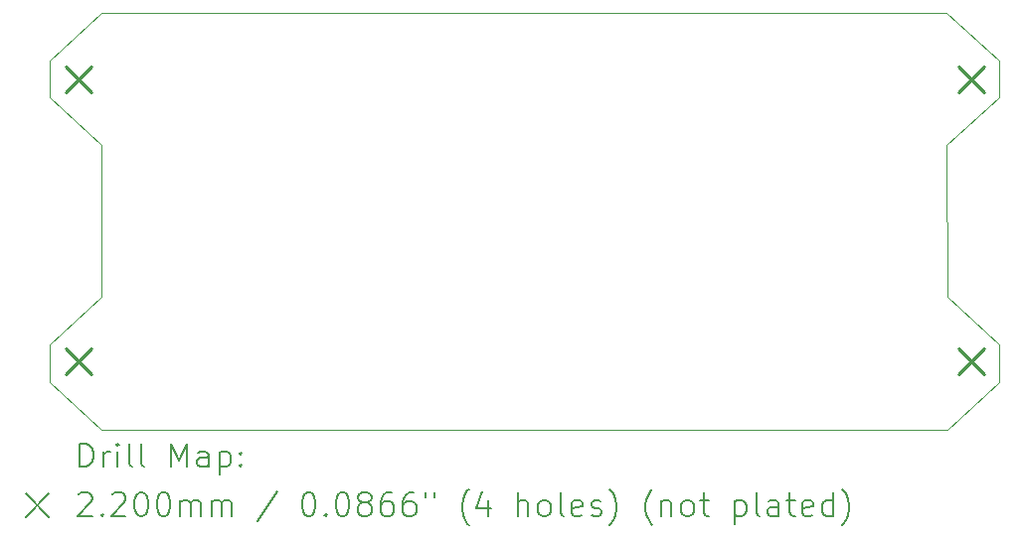
<source format=gbr>
%TF.GenerationSoftware,KiCad,Pcbnew,8.0.4*%
%TF.CreationDate,2024-08-28T14:32:16-04:00*%
%TF.ProjectId,luytenPCB,6c757974-656e-4504-9342-2e6b69636164,rev?*%
%TF.SameCoordinates,Original*%
%TF.FileFunction,Drillmap*%
%TF.FilePolarity,Positive*%
%FSLAX45Y45*%
G04 Gerber Fmt 4.5, Leading zero omitted, Abs format (unit mm)*
G04 Created by KiCad (PCBNEW 8.0.4) date 2024-08-28 14:32:16*
%MOMM*%
%LPD*%
G01*
G04 APERTURE LIST*
%ADD10C,0.100000*%
%ADD11C,0.200000*%
%ADD12C,0.220000*%
G04 APERTURE END LIST*
D10*
X4629150Y-6286500D02*
X4184650Y-5880100D01*
X4184650Y-5562600D02*
X4629150Y-5156200D01*
X11830050Y-5156200D02*
X12274550Y-5562600D01*
X4629150Y-3860800D02*
X4629150Y-5156200D01*
X12274550Y-5562600D02*
X12274550Y-5880100D01*
X11823700Y-2730500D02*
X12268200Y-3136900D01*
X12268200Y-3454400D02*
X11823700Y-3860800D01*
X4184650Y-3454400D02*
X4184650Y-3136900D01*
X11830050Y-6286500D02*
X4629150Y-6286500D01*
X4629150Y-3860800D02*
X4184650Y-3454400D01*
X12274550Y-5880100D02*
X11830050Y-6286500D01*
X4629150Y-2730500D02*
X11823700Y-2730500D01*
X4184650Y-5880100D02*
X4184650Y-5562600D01*
X12268200Y-3136900D02*
X12268200Y-3454400D01*
X11823700Y-3860800D02*
X11830050Y-5156200D01*
X4184650Y-3136900D02*
X4629150Y-2730500D01*
D11*
D12*
X4320000Y-3190000D02*
X4540000Y-3410000D01*
X4540000Y-3190000D02*
X4320000Y-3410000D01*
X4320000Y-5590000D02*
X4540000Y-5810000D01*
X4540000Y-5590000D02*
X4320000Y-5810000D01*
X11920000Y-3190000D02*
X12140000Y-3410000D01*
X12140000Y-3190000D02*
X11920000Y-3410000D01*
X11920000Y-5590000D02*
X12140000Y-5810000D01*
X12140000Y-5590000D02*
X11920000Y-5810000D01*
D11*
X4440427Y-6602984D02*
X4440427Y-6402984D01*
X4440427Y-6402984D02*
X4488046Y-6402984D01*
X4488046Y-6402984D02*
X4516617Y-6412508D01*
X4516617Y-6412508D02*
X4535665Y-6431555D01*
X4535665Y-6431555D02*
X4545189Y-6450603D01*
X4545189Y-6450603D02*
X4554713Y-6488698D01*
X4554713Y-6488698D02*
X4554713Y-6517269D01*
X4554713Y-6517269D02*
X4545189Y-6555365D01*
X4545189Y-6555365D02*
X4535665Y-6574412D01*
X4535665Y-6574412D02*
X4516617Y-6593460D01*
X4516617Y-6593460D02*
X4488046Y-6602984D01*
X4488046Y-6602984D02*
X4440427Y-6602984D01*
X4640427Y-6602984D02*
X4640427Y-6469650D01*
X4640427Y-6507746D02*
X4649951Y-6488698D01*
X4649951Y-6488698D02*
X4659474Y-6479174D01*
X4659474Y-6479174D02*
X4678522Y-6469650D01*
X4678522Y-6469650D02*
X4697570Y-6469650D01*
X4764236Y-6602984D02*
X4764236Y-6469650D01*
X4764236Y-6402984D02*
X4754713Y-6412508D01*
X4754713Y-6412508D02*
X4764236Y-6422031D01*
X4764236Y-6422031D02*
X4773760Y-6412508D01*
X4773760Y-6412508D02*
X4764236Y-6402984D01*
X4764236Y-6402984D02*
X4764236Y-6422031D01*
X4888046Y-6602984D02*
X4868998Y-6593460D01*
X4868998Y-6593460D02*
X4859474Y-6574412D01*
X4859474Y-6574412D02*
X4859474Y-6402984D01*
X4992808Y-6602984D02*
X4973760Y-6593460D01*
X4973760Y-6593460D02*
X4964236Y-6574412D01*
X4964236Y-6574412D02*
X4964236Y-6402984D01*
X5221379Y-6602984D02*
X5221379Y-6402984D01*
X5221379Y-6402984D02*
X5288046Y-6545841D01*
X5288046Y-6545841D02*
X5354713Y-6402984D01*
X5354713Y-6402984D02*
X5354713Y-6602984D01*
X5535665Y-6602984D02*
X5535665Y-6498222D01*
X5535665Y-6498222D02*
X5526141Y-6479174D01*
X5526141Y-6479174D02*
X5507094Y-6469650D01*
X5507094Y-6469650D02*
X5468998Y-6469650D01*
X5468998Y-6469650D02*
X5449951Y-6479174D01*
X5535665Y-6593460D02*
X5516617Y-6602984D01*
X5516617Y-6602984D02*
X5468998Y-6602984D01*
X5468998Y-6602984D02*
X5449951Y-6593460D01*
X5449951Y-6593460D02*
X5440427Y-6574412D01*
X5440427Y-6574412D02*
X5440427Y-6555365D01*
X5440427Y-6555365D02*
X5449951Y-6536317D01*
X5449951Y-6536317D02*
X5468998Y-6526793D01*
X5468998Y-6526793D02*
X5516617Y-6526793D01*
X5516617Y-6526793D02*
X5535665Y-6517269D01*
X5630903Y-6469650D02*
X5630903Y-6669650D01*
X5630903Y-6479174D02*
X5649951Y-6469650D01*
X5649951Y-6469650D02*
X5688046Y-6469650D01*
X5688046Y-6469650D02*
X5707093Y-6479174D01*
X5707093Y-6479174D02*
X5716617Y-6488698D01*
X5716617Y-6488698D02*
X5726141Y-6507746D01*
X5726141Y-6507746D02*
X5726141Y-6564888D01*
X5726141Y-6564888D02*
X5716617Y-6583936D01*
X5716617Y-6583936D02*
X5707093Y-6593460D01*
X5707093Y-6593460D02*
X5688046Y-6602984D01*
X5688046Y-6602984D02*
X5649951Y-6602984D01*
X5649951Y-6602984D02*
X5630903Y-6593460D01*
X5811855Y-6583936D02*
X5821379Y-6593460D01*
X5821379Y-6593460D02*
X5811855Y-6602984D01*
X5811855Y-6602984D02*
X5802332Y-6593460D01*
X5802332Y-6593460D02*
X5811855Y-6583936D01*
X5811855Y-6583936D02*
X5811855Y-6602984D01*
X5811855Y-6479174D02*
X5821379Y-6488698D01*
X5821379Y-6488698D02*
X5811855Y-6498222D01*
X5811855Y-6498222D02*
X5802332Y-6488698D01*
X5802332Y-6488698D02*
X5811855Y-6479174D01*
X5811855Y-6479174D02*
X5811855Y-6498222D01*
X3979650Y-6831500D02*
X4179650Y-7031500D01*
X4179650Y-6831500D02*
X3979650Y-7031500D01*
X4430903Y-6842031D02*
X4440427Y-6832508D01*
X4440427Y-6832508D02*
X4459474Y-6822984D01*
X4459474Y-6822984D02*
X4507094Y-6822984D01*
X4507094Y-6822984D02*
X4526141Y-6832508D01*
X4526141Y-6832508D02*
X4535665Y-6842031D01*
X4535665Y-6842031D02*
X4545189Y-6861079D01*
X4545189Y-6861079D02*
X4545189Y-6880127D01*
X4545189Y-6880127D02*
X4535665Y-6908698D01*
X4535665Y-6908698D02*
X4421379Y-7022984D01*
X4421379Y-7022984D02*
X4545189Y-7022984D01*
X4630903Y-7003936D02*
X4640427Y-7013460D01*
X4640427Y-7013460D02*
X4630903Y-7022984D01*
X4630903Y-7022984D02*
X4621379Y-7013460D01*
X4621379Y-7013460D02*
X4630903Y-7003936D01*
X4630903Y-7003936D02*
X4630903Y-7022984D01*
X4716617Y-6842031D02*
X4726141Y-6832508D01*
X4726141Y-6832508D02*
X4745189Y-6822984D01*
X4745189Y-6822984D02*
X4792808Y-6822984D01*
X4792808Y-6822984D02*
X4811855Y-6832508D01*
X4811855Y-6832508D02*
X4821379Y-6842031D01*
X4821379Y-6842031D02*
X4830903Y-6861079D01*
X4830903Y-6861079D02*
X4830903Y-6880127D01*
X4830903Y-6880127D02*
X4821379Y-6908698D01*
X4821379Y-6908698D02*
X4707094Y-7022984D01*
X4707094Y-7022984D02*
X4830903Y-7022984D01*
X4954713Y-6822984D02*
X4973760Y-6822984D01*
X4973760Y-6822984D02*
X4992808Y-6832508D01*
X4992808Y-6832508D02*
X5002332Y-6842031D01*
X5002332Y-6842031D02*
X5011855Y-6861079D01*
X5011855Y-6861079D02*
X5021379Y-6899174D01*
X5021379Y-6899174D02*
X5021379Y-6946793D01*
X5021379Y-6946793D02*
X5011855Y-6984888D01*
X5011855Y-6984888D02*
X5002332Y-7003936D01*
X5002332Y-7003936D02*
X4992808Y-7013460D01*
X4992808Y-7013460D02*
X4973760Y-7022984D01*
X4973760Y-7022984D02*
X4954713Y-7022984D01*
X4954713Y-7022984D02*
X4935665Y-7013460D01*
X4935665Y-7013460D02*
X4926141Y-7003936D01*
X4926141Y-7003936D02*
X4916617Y-6984888D01*
X4916617Y-6984888D02*
X4907094Y-6946793D01*
X4907094Y-6946793D02*
X4907094Y-6899174D01*
X4907094Y-6899174D02*
X4916617Y-6861079D01*
X4916617Y-6861079D02*
X4926141Y-6842031D01*
X4926141Y-6842031D02*
X4935665Y-6832508D01*
X4935665Y-6832508D02*
X4954713Y-6822984D01*
X5145189Y-6822984D02*
X5164236Y-6822984D01*
X5164236Y-6822984D02*
X5183284Y-6832508D01*
X5183284Y-6832508D02*
X5192808Y-6842031D01*
X5192808Y-6842031D02*
X5202332Y-6861079D01*
X5202332Y-6861079D02*
X5211855Y-6899174D01*
X5211855Y-6899174D02*
X5211855Y-6946793D01*
X5211855Y-6946793D02*
X5202332Y-6984888D01*
X5202332Y-6984888D02*
X5192808Y-7003936D01*
X5192808Y-7003936D02*
X5183284Y-7013460D01*
X5183284Y-7013460D02*
X5164236Y-7022984D01*
X5164236Y-7022984D02*
X5145189Y-7022984D01*
X5145189Y-7022984D02*
X5126141Y-7013460D01*
X5126141Y-7013460D02*
X5116617Y-7003936D01*
X5116617Y-7003936D02*
X5107094Y-6984888D01*
X5107094Y-6984888D02*
X5097570Y-6946793D01*
X5097570Y-6946793D02*
X5097570Y-6899174D01*
X5097570Y-6899174D02*
X5107094Y-6861079D01*
X5107094Y-6861079D02*
X5116617Y-6842031D01*
X5116617Y-6842031D02*
X5126141Y-6832508D01*
X5126141Y-6832508D02*
X5145189Y-6822984D01*
X5297570Y-7022984D02*
X5297570Y-6889650D01*
X5297570Y-6908698D02*
X5307094Y-6899174D01*
X5307094Y-6899174D02*
X5326141Y-6889650D01*
X5326141Y-6889650D02*
X5354713Y-6889650D01*
X5354713Y-6889650D02*
X5373760Y-6899174D01*
X5373760Y-6899174D02*
X5383284Y-6918222D01*
X5383284Y-6918222D02*
X5383284Y-7022984D01*
X5383284Y-6918222D02*
X5392808Y-6899174D01*
X5392808Y-6899174D02*
X5411855Y-6889650D01*
X5411855Y-6889650D02*
X5440427Y-6889650D01*
X5440427Y-6889650D02*
X5459475Y-6899174D01*
X5459475Y-6899174D02*
X5468998Y-6918222D01*
X5468998Y-6918222D02*
X5468998Y-7022984D01*
X5564236Y-7022984D02*
X5564236Y-6889650D01*
X5564236Y-6908698D02*
X5573760Y-6899174D01*
X5573760Y-6899174D02*
X5592808Y-6889650D01*
X5592808Y-6889650D02*
X5621379Y-6889650D01*
X5621379Y-6889650D02*
X5640427Y-6899174D01*
X5640427Y-6899174D02*
X5649951Y-6918222D01*
X5649951Y-6918222D02*
X5649951Y-7022984D01*
X5649951Y-6918222D02*
X5659474Y-6899174D01*
X5659474Y-6899174D02*
X5678522Y-6889650D01*
X5678522Y-6889650D02*
X5707093Y-6889650D01*
X5707093Y-6889650D02*
X5726141Y-6899174D01*
X5726141Y-6899174D02*
X5735665Y-6918222D01*
X5735665Y-6918222D02*
X5735665Y-7022984D01*
X6126141Y-6813460D02*
X5954713Y-7070603D01*
X6383284Y-6822984D02*
X6402332Y-6822984D01*
X6402332Y-6822984D02*
X6421379Y-6832508D01*
X6421379Y-6832508D02*
X6430903Y-6842031D01*
X6430903Y-6842031D02*
X6440427Y-6861079D01*
X6440427Y-6861079D02*
X6449951Y-6899174D01*
X6449951Y-6899174D02*
X6449951Y-6946793D01*
X6449951Y-6946793D02*
X6440427Y-6984888D01*
X6440427Y-6984888D02*
X6430903Y-7003936D01*
X6430903Y-7003936D02*
X6421379Y-7013460D01*
X6421379Y-7013460D02*
X6402332Y-7022984D01*
X6402332Y-7022984D02*
X6383284Y-7022984D01*
X6383284Y-7022984D02*
X6364236Y-7013460D01*
X6364236Y-7013460D02*
X6354713Y-7003936D01*
X6354713Y-7003936D02*
X6345189Y-6984888D01*
X6345189Y-6984888D02*
X6335665Y-6946793D01*
X6335665Y-6946793D02*
X6335665Y-6899174D01*
X6335665Y-6899174D02*
X6345189Y-6861079D01*
X6345189Y-6861079D02*
X6354713Y-6842031D01*
X6354713Y-6842031D02*
X6364236Y-6832508D01*
X6364236Y-6832508D02*
X6383284Y-6822984D01*
X6535665Y-7003936D02*
X6545189Y-7013460D01*
X6545189Y-7013460D02*
X6535665Y-7022984D01*
X6535665Y-7022984D02*
X6526141Y-7013460D01*
X6526141Y-7013460D02*
X6535665Y-7003936D01*
X6535665Y-7003936D02*
X6535665Y-7022984D01*
X6668998Y-6822984D02*
X6688046Y-6822984D01*
X6688046Y-6822984D02*
X6707094Y-6832508D01*
X6707094Y-6832508D02*
X6716617Y-6842031D01*
X6716617Y-6842031D02*
X6726141Y-6861079D01*
X6726141Y-6861079D02*
X6735665Y-6899174D01*
X6735665Y-6899174D02*
X6735665Y-6946793D01*
X6735665Y-6946793D02*
X6726141Y-6984888D01*
X6726141Y-6984888D02*
X6716617Y-7003936D01*
X6716617Y-7003936D02*
X6707094Y-7013460D01*
X6707094Y-7013460D02*
X6688046Y-7022984D01*
X6688046Y-7022984D02*
X6668998Y-7022984D01*
X6668998Y-7022984D02*
X6649951Y-7013460D01*
X6649951Y-7013460D02*
X6640427Y-7003936D01*
X6640427Y-7003936D02*
X6630903Y-6984888D01*
X6630903Y-6984888D02*
X6621379Y-6946793D01*
X6621379Y-6946793D02*
X6621379Y-6899174D01*
X6621379Y-6899174D02*
X6630903Y-6861079D01*
X6630903Y-6861079D02*
X6640427Y-6842031D01*
X6640427Y-6842031D02*
X6649951Y-6832508D01*
X6649951Y-6832508D02*
X6668998Y-6822984D01*
X6849951Y-6908698D02*
X6830903Y-6899174D01*
X6830903Y-6899174D02*
X6821379Y-6889650D01*
X6821379Y-6889650D02*
X6811856Y-6870603D01*
X6811856Y-6870603D02*
X6811856Y-6861079D01*
X6811856Y-6861079D02*
X6821379Y-6842031D01*
X6821379Y-6842031D02*
X6830903Y-6832508D01*
X6830903Y-6832508D02*
X6849951Y-6822984D01*
X6849951Y-6822984D02*
X6888046Y-6822984D01*
X6888046Y-6822984D02*
X6907094Y-6832508D01*
X6907094Y-6832508D02*
X6916617Y-6842031D01*
X6916617Y-6842031D02*
X6926141Y-6861079D01*
X6926141Y-6861079D02*
X6926141Y-6870603D01*
X6926141Y-6870603D02*
X6916617Y-6889650D01*
X6916617Y-6889650D02*
X6907094Y-6899174D01*
X6907094Y-6899174D02*
X6888046Y-6908698D01*
X6888046Y-6908698D02*
X6849951Y-6908698D01*
X6849951Y-6908698D02*
X6830903Y-6918222D01*
X6830903Y-6918222D02*
X6821379Y-6927746D01*
X6821379Y-6927746D02*
X6811856Y-6946793D01*
X6811856Y-6946793D02*
X6811856Y-6984888D01*
X6811856Y-6984888D02*
X6821379Y-7003936D01*
X6821379Y-7003936D02*
X6830903Y-7013460D01*
X6830903Y-7013460D02*
X6849951Y-7022984D01*
X6849951Y-7022984D02*
X6888046Y-7022984D01*
X6888046Y-7022984D02*
X6907094Y-7013460D01*
X6907094Y-7013460D02*
X6916617Y-7003936D01*
X6916617Y-7003936D02*
X6926141Y-6984888D01*
X6926141Y-6984888D02*
X6926141Y-6946793D01*
X6926141Y-6946793D02*
X6916617Y-6927746D01*
X6916617Y-6927746D02*
X6907094Y-6918222D01*
X6907094Y-6918222D02*
X6888046Y-6908698D01*
X7097570Y-6822984D02*
X7059475Y-6822984D01*
X7059475Y-6822984D02*
X7040427Y-6832508D01*
X7040427Y-6832508D02*
X7030903Y-6842031D01*
X7030903Y-6842031D02*
X7011856Y-6870603D01*
X7011856Y-6870603D02*
X7002332Y-6908698D01*
X7002332Y-6908698D02*
X7002332Y-6984888D01*
X7002332Y-6984888D02*
X7011856Y-7003936D01*
X7011856Y-7003936D02*
X7021379Y-7013460D01*
X7021379Y-7013460D02*
X7040427Y-7022984D01*
X7040427Y-7022984D02*
X7078522Y-7022984D01*
X7078522Y-7022984D02*
X7097570Y-7013460D01*
X7097570Y-7013460D02*
X7107094Y-7003936D01*
X7107094Y-7003936D02*
X7116617Y-6984888D01*
X7116617Y-6984888D02*
X7116617Y-6937269D01*
X7116617Y-6937269D02*
X7107094Y-6918222D01*
X7107094Y-6918222D02*
X7097570Y-6908698D01*
X7097570Y-6908698D02*
X7078522Y-6899174D01*
X7078522Y-6899174D02*
X7040427Y-6899174D01*
X7040427Y-6899174D02*
X7021379Y-6908698D01*
X7021379Y-6908698D02*
X7011856Y-6918222D01*
X7011856Y-6918222D02*
X7002332Y-6937269D01*
X7288046Y-6822984D02*
X7249951Y-6822984D01*
X7249951Y-6822984D02*
X7230903Y-6832508D01*
X7230903Y-6832508D02*
X7221379Y-6842031D01*
X7221379Y-6842031D02*
X7202332Y-6870603D01*
X7202332Y-6870603D02*
X7192808Y-6908698D01*
X7192808Y-6908698D02*
X7192808Y-6984888D01*
X7192808Y-6984888D02*
X7202332Y-7003936D01*
X7202332Y-7003936D02*
X7211856Y-7013460D01*
X7211856Y-7013460D02*
X7230903Y-7022984D01*
X7230903Y-7022984D02*
X7268998Y-7022984D01*
X7268998Y-7022984D02*
X7288046Y-7013460D01*
X7288046Y-7013460D02*
X7297570Y-7003936D01*
X7297570Y-7003936D02*
X7307094Y-6984888D01*
X7307094Y-6984888D02*
X7307094Y-6937269D01*
X7307094Y-6937269D02*
X7297570Y-6918222D01*
X7297570Y-6918222D02*
X7288046Y-6908698D01*
X7288046Y-6908698D02*
X7268998Y-6899174D01*
X7268998Y-6899174D02*
X7230903Y-6899174D01*
X7230903Y-6899174D02*
X7211856Y-6908698D01*
X7211856Y-6908698D02*
X7202332Y-6918222D01*
X7202332Y-6918222D02*
X7192808Y-6937269D01*
X7383284Y-6822984D02*
X7383284Y-6861079D01*
X7459475Y-6822984D02*
X7459475Y-6861079D01*
X7754713Y-7099174D02*
X7745189Y-7089650D01*
X7745189Y-7089650D02*
X7726141Y-7061079D01*
X7726141Y-7061079D02*
X7716618Y-7042031D01*
X7716618Y-7042031D02*
X7707094Y-7013460D01*
X7707094Y-7013460D02*
X7697570Y-6965841D01*
X7697570Y-6965841D02*
X7697570Y-6927746D01*
X7697570Y-6927746D02*
X7707094Y-6880127D01*
X7707094Y-6880127D02*
X7716618Y-6851555D01*
X7716618Y-6851555D02*
X7726141Y-6832508D01*
X7726141Y-6832508D02*
X7745189Y-6803936D01*
X7745189Y-6803936D02*
X7754713Y-6794412D01*
X7916618Y-6889650D02*
X7916618Y-7022984D01*
X7868998Y-6813460D02*
X7821379Y-6956317D01*
X7821379Y-6956317D02*
X7945189Y-6956317D01*
X8173760Y-7022984D02*
X8173760Y-6822984D01*
X8259475Y-7022984D02*
X8259475Y-6918222D01*
X8259475Y-6918222D02*
X8249951Y-6899174D01*
X8249951Y-6899174D02*
X8230903Y-6889650D01*
X8230903Y-6889650D02*
X8202332Y-6889650D01*
X8202332Y-6889650D02*
X8183284Y-6899174D01*
X8183284Y-6899174D02*
X8173760Y-6908698D01*
X8383284Y-7022984D02*
X8364237Y-7013460D01*
X8364237Y-7013460D02*
X8354713Y-7003936D01*
X8354713Y-7003936D02*
X8345189Y-6984888D01*
X8345189Y-6984888D02*
X8345189Y-6927746D01*
X8345189Y-6927746D02*
X8354713Y-6908698D01*
X8354713Y-6908698D02*
X8364237Y-6899174D01*
X8364237Y-6899174D02*
X8383284Y-6889650D01*
X8383284Y-6889650D02*
X8411856Y-6889650D01*
X8411856Y-6889650D02*
X8430903Y-6899174D01*
X8430903Y-6899174D02*
X8440427Y-6908698D01*
X8440427Y-6908698D02*
X8449951Y-6927746D01*
X8449951Y-6927746D02*
X8449951Y-6984888D01*
X8449951Y-6984888D02*
X8440427Y-7003936D01*
X8440427Y-7003936D02*
X8430903Y-7013460D01*
X8430903Y-7013460D02*
X8411856Y-7022984D01*
X8411856Y-7022984D02*
X8383284Y-7022984D01*
X8564237Y-7022984D02*
X8545189Y-7013460D01*
X8545189Y-7013460D02*
X8535665Y-6994412D01*
X8535665Y-6994412D02*
X8535665Y-6822984D01*
X8716618Y-7013460D02*
X8697570Y-7022984D01*
X8697570Y-7022984D02*
X8659475Y-7022984D01*
X8659475Y-7022984D02*
X8640427Y-7013460D01*
X8640427Y-7013460D02*
X8630903Y-6994412D01*
X8630903Y-6994412D02*
X8630903Y-6918222D01*
X8630903Y-6918222D02*
X8640427Y-6899174D01*
X8640427Y-6899174D02*
X8659475Y-6889650D01*
X8659475Y-6889650D02*
X8697570Y-6889650D01*
X8697570Y-6889650D02*
X8716618Y-6899174D01*
X8716618Y-6899174D02*
X8726142Y-6918222D01*
X8726142Y-6918222D02*
X8726142Y-6937269D01*
X8726142Y-6937269D02*
X8630903Y-6956317D01*
X8802332Y-7013460D02*
X8821380Y-7022984D01*
X8821380Y-7022984D02*
X8859475Y-7022984D01*
X8859475Y-7022984D02*
X8878523Y-7013460D01*
X8878523Y-7013460D02*
X8888046Y-6994412D01*
X8888046Y-6994412D02*
X8888046Y-6984888D01*
X8888046Y-6984888D02*
X8878523Y-6965841D01*
X8878523Y-6965841D02*
X8859475Y-6956317D01*
X8859475Y-6956317D02*
X8830903Y-6956317D01*
X8830903Y-6956317D02*
X8811856Y-6946793D01*
X8811856Y-6946793D02*
X8802332Y-6927746D01*
X8802332Y-6927746D02*
X8802332Y-6918222D01*
X8802332Y-6918222D02*
X8811856Y-6899174D01*
X8811856Y-6899174D02*
X8830903Y-6889650D01*
X8830903Y-6889650D02*
X8859475Y-6889650D01*
X8859475Y-6889650D02*
X8878523Y-6899174D01*
X8954713Y-7099174D02*
X8964237Y-7089650D01*
X8964237Y-7089650D02*
X8983284Y-7061079D01*
X8983284Y-7061079D02*
X8992808Y-7042031D01*
X8992808Y-7042031D02*
X9002332Y-7013460D01*
X9002332Y-7013460D02*
X9011856Y-6965841D01*
X9011856Y-6965841D02*
X9011856Y-6927746D01*
X9011856Y-6927746D02*
X9002332Y-6880127D01*
X9002332Y-6880127D02*
X8992808Y-6851555D01*
X8992808Y-6851555D02*
X8983284Y-6832508D01*
X8983284Y-6832508D02*
X8964237Y-6803936D01*
X8964237Y-6803936D02*
X8954713Y-6794412D01*
X9316618Y-7099174D02*
X9307094Y-7089650D01*
X9307094Y-7089650D02*
X9288046Y-7061079D01*
X9288046Y-7061079D02*
X9278523Y-7042031D01*
X9278523Y-7042031D02*
X9268999Y-7013460D01*
X9268999Y-7013460D02*
X9259475Y-6965841D01*
X9259475Y-6965841D02*
X9259475Y-6927746D01*
X9259475Y-6927746D02*
X9268999Y-6880127D01*
X9268999Y-6880127D02*
X9278523Y-6851555D01*
X9278523Y-6851555D02*
X9288046Y-6832508D01*
X9288046Y-6832508D02*
X9307094Y-6803936D01*
X9307094Y-6803936D02*
X9316618Y-6794412D01*
X9392808Y-6889650D02*
X9392808Y-7022984D01*
X9392808Y-6908698D02*
X9402332Y-6899174D01*
X9402332Y-6899174D02*
X9421380Y-6889650D01*
X9421380Y-6889650D02*
X9449951Y-6889650D01*
X9449951Y-6889650D02*
X9468999Y-6899174D01*
X9468999Y-6899174D02*
X9478523Y-6918222D01*
X9478523Y-6918222D02*
X9478523Y-7022984D01*
X9602332Y-7022984D02*
X9583284Y-7013460D01*
X9583284Y-7013460D02*
X9573761Y-7003936D01*
X9573761Y-7003936D02*
X9564237Y-6984888D01*
X9564237Y-6984888D02*
X9564237Y-6927746D01*
X9564237Y-6927746D02*
X9573761Y-6908698D01*
X9573761Y-6908698D02*
X9583284Y-6899174D01*
X9583284Y-6899174D02*
X9602332Y-6889650D01*
X9602332Y-6889650D02*
X9630904Y-6889650D01*
X9630904Y-6889650D02*
X9649951Y-6899174D01*
X9649951Y-6899174D02*
X9659475Y-6908698D01*
X9659475Y-6908698D02*
X9668999Y-6927746D01*
X9668999Y-6927746D02*
X9668999Y-6984888D01*
X9668999Y-6984888D02*
X9659475Y-7003936D01*
X9659475Y-7003936D02*
X9649951Y-7013460D01*
X9649951Y-7013460D02*
X9630904Y-7022984D01*
X9630904Y-7022984D02*
X9602332Y-7022984D01*
X9726142Y-6889650D02*
X9802332Y-6889650D01*
X9754713Y-6822984D02*
X9754713Y-6994412D01*
X9754713Y-6994412D02*
X9764237Y-7013460D01*
X9764237Y-7013460D02*
X9783284Y-7022984D01*
X9783284Y-7022984D02*
X9802332Y-7022984D01*
X10021380Y-6889650D02*
X10021380Y-7089650D01*
X10021380Y-6899174D02*
X10040427Y-6889650D01*
X10040427Y-6889650D02*
X10078523Y-6889650D01*
X10078523Y-6889650D02*
X10097570Y-6899174D01*
X10097570Y-6899174D02*
X10107094Y-6908698D01*
X10107094Y-6908698D02*
X10116618Y-6927746D01*
X10116618Y-6927746D02*
X10116618Y-6984888D01*
X10116618Y-6984888D02*
X10107094Y-7003936D01*
X10107094Y-7003936D02*
X10097570Y-7013460D01*
X10097570Y-7013460D02*
X10078523Y-7022984D01*
X10078523Y-7022984D02*
X10040427Y-7022984D01*
X10040427Y-7022984D02*
X10021380Y-7013460D01*
X10230904Y-7022984D02*
X10211856Y-7013460D01*
X10211856Y-7013460D02*
X10202332Y-6994412D01*
X10202332Y-6994412D02*
X10202332Y-6822984D01*
X10392808Y-7022984D02*
X10392808Y-6918222D01*
X10392808Y-6918222D02*
X10383285Y-6899174D01*
X10383285Y-6899174D02*
X10364237Y-6889650D01*
X10364237Y-6889650D02*
X10326142Y-6889650D01*
X10326142Y-6889650D02*
X10307094Y-6899174D01*
X10392808Y-7013460D02*
X10373761Y-7022984D01*
X10373761Y-7022984D02*
X10326142Y-7022984D01*
X10326142Y-7022984D02*
X10307094Y-7013460D01*
X10307094Y-7013460D02*
X10297570Y-6994412D01*
X10297570Y-6994412D02*
X10297570Y-6975365D01*
X10297570Y-6975365D02*
X10307094Y-6956317D01*
X10307094Y-6956317D02*
X10326142Y-6946793D01*
X10326142Y-6946793D02*
X10373761Y-6946793D01*
X10373761Y-6946793D02*
X10392808Y-6937269D01*
X10459475Y-6889650D02*
X10535665Y-6889650D01*
X10488046Y-6822984D02*
X10488046Y-6994412D01*
X10488046Y-6994412D02*
X10497570Y-7013460D01*
X10497570Y-7013460D02*
X10516618Y-7022984D01*
X10516618Y-7022984D02*
X10535665Y-7022984D01*
X10678523Y-7013460D02*
X10659475Y-7022984D01*
X10659475Y-7022984D02*
X10621380Y-7022984D01*
X10621380Y-7022984D02*
X10602332Y-7013460D01*
X10602332Y-7013460D02*
X10592808Y-6994412D01*
X10592808Y-6994412D02*
X10592808Y-6918222D01*
X10592808Y-6918222D02*
X10602332Y-6899174D01*
X10602332Y-6899174D02*
X10621380Y-6889650D01*
X10621380Y-6889650D02*
X10659475Y-6889650D01*
X10659475Y-6889650D02*
X10678523Y-6899174D01*
X10678523Y-6899174D02*
X10688046Y-6918222D01*
X10688046Y-6918222D02*
X10688046Y-6937269D01*
X10688046Y-6937269D02*
X10592808Y-6956317D01*
X10859475Y-7022984D02*
X10859475Y-6822984D01*
X10859475Y-7013460D02*
X10840427Y-7022984D01*
X10840427Y-7022984D02*
X10802332Y-7022984D01*
X10802332Y-7022984D02*
X10783285Y-7013460D01*
X10783285Y-7013460D02*
X10773761Y-7003936D01*
X10773761Y-7003936D02*
X10764237Y-6984888D01*
X10764237Y-6984888D02*
X10764237Y-6927746D01*
X10764237Y-6927746D02*
X10773761Y-6908698D01*
X10773761Y-6908698D02*
X10783285Y-6899174D01*
X10783285Y-6899174D02*
X10802332Y-6889650D01*
X10802332Y-6889650D02*
X10840427Y-6889650D01*
X10840427Y-6889650D02*
X10859475Y-6899174D01*
X10935666Y-7099174D02*
X10945189Y-7089650D01*
X10945189Y-7089650D02*
X10964237Y-7061079D01*
X10964237Y-7061079D02*
X10973761Y-7042031D01*
X10973761Y-7042031D02*
X10983285Y-7013460D01*
X10983285Y-7013460D02*
X10992808Y-6965841D01*
X10992808Y-6965841D02*
X10992808Y-6927746D01*
X10992808Y-6927746D02*
X10983285Y-6880127D01*
X10983285Y-6880127D02*
X10973761Y-6851555D01*
X10973761Y-6851555D02*
X10964237Y-6832508D01*
X10964237Y-6832508D02*
X10945189Y-6803936D01*
X10945189Y-6803936D02*
X10935666Y-6794412D01*
M02*

</source>
